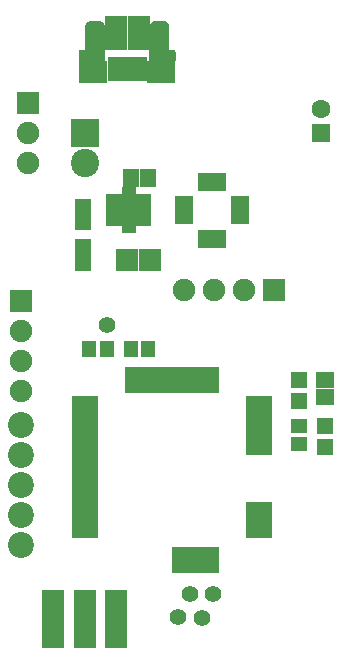
<source format=gts>
G04*
G04 #@! TF.GenerationSoftware,Altium Limited,Altium Designer,20.2.7 (254)*
G04*
G04 Layer_Color=8388736*
%FSLAX44Y44*%
%MOMM*%
G71*
G04*
G04 #@! TF.SameCoordinates,376ED358-1AEA-4EEA-9480-C934229D8A07*
G04*
G04*
G04 #@! TF.FilePolarity,Negative*
G04*
G01*
G75*
%ADD14R,2.4000X1.5000*%
%ADD15R,1.5000X2.4000*%
%ADD16R,1.0000X0.6400*%
%ADD17R,2.0500X2.8000*%
%ADD18R,0.6500X1.0000*%
%ADD19R,1.8500X1.9500*%
%ADD20R,1.4000X1.5000*%
%ADD21R,1.4500X1.4500*%
%ADD22C,1.4000*%
%ADD23R,1.2000X1.4000*%
%ADD24R,1.4500X1.4000*%
%ADD25R,1.4000X1.2000*%
%ADD26R,0.8000X2.1500*%
%ADD27R,1.8250X2.9000*%
%ADD28R,1.9000X4.9000*%
%ADD29R,1.1000X2.2000*%
%ADD30R,2.2000X1.1000*%
%ADD31R,1.5000X1.4000*%
%ADD32R,2.4000X1.8600*%
%ADD33C,1.9000*%
%ADD34R,1.9000X1.9000*%
%ADD35C,2.4000*%
%ADD36R,2.4000X2.4000*%
%ADD37R,1.9000X1.9000*%
%ADD38C,2.2000*%
%ADD39O,1.6000X2.1000*%
%ADD40O,1.4000X1.8000*%
%ADD41C,1.6000*%
%ADD42R,1.6000X1.6000*%
G36*
X1975778Y1657458D02*
X1975824Y1657458D01*
X1976254Y1657438D01*
X1976265Y1657437D01*
X1976276Y1657437D01*
X1976362Y1657428D01*
X1976450Y1657420D01*
X1976460Y1657418D01*
X1976471Y1657416D01*
X1976886Y1657351D01*
X1976892Y1657350D01*
X1976898Y1657350D01*
X1976989Y1657330D01*
X1977078Y1657312D01*
X1977084Y1657310D01*
X1977090Y1657308D01*
X1977486Y1657203D01*
X1977494Y1657201D01*
X1977503Y1657198D01*
X1977588Y1657171D01*
X1977673Y1657144D01*
X1977681Y1657140D01*
X1977690Y1657137D01*
X1978080Y1656987D01*
X1978101Y1656978D01*
X1978123Y1656970D01*
X1978191Y1656938D01*
X1978260Y1656908D01*
X1978280Y1656896D01*
X1978301Y1656886D01*
X1978621Y1656716D01*
X1978653Y1656697D01*
X1978687Y1656680D01*
X1978996Y1656500D01*
X1979015Y1656488D01*
X1979034Y1656478D01*
X1979097Y1656434D01*
X1979161Y1656393D01*
X1979178Y1656380D01*
X1979196Y1656367D01*
X1979521Y1656122D01*
X1979553Y1656095D01*
X1979586Y1656071D01*
X1979629Y1656033D01*
X1979672Y1655996D01*
X1979701Y1655967D01*
X1979732Y1655939D01*
X1979997Y1655674D01*
X1980022Y1655647D01*
X1980048Y1655621D01*
X1980309Y1655341D01*
X1980334Y1655310D01*
X1980361Y1655282D01*
X1980397Y1655235D01*
X1980435Y1655190D01*
X1980457Y1655158D01*
X1980482Y1655126D01*
X1980692Y1654826D01*
X1980718Y1654785D01*
X1980746Y1654744D01*
X1980966Y1654394D01*
X1980988Y1654355D01*
X1981012Y1654317D01*
X1981037Y1654269D01*
X1981063Y1654223D01*
X1981081Y1654182D01*
X1981101Y1654141D01*
X1981261Y1653781D01*
X1981283Y1653726D01*
X1981306Y1653671D01*
X1981426Y1653351D01*
X1981448Y1653282D01*
X1981472Y1653213D01*
X1981522Y1653043D01*
X1981535Y1652990D01*
X1981550Y1652937D01*
X1981590Y1652767D01*
X1981596Y1652734D01*
X1981605Y1652701D01*
X1981645Y1652501D01*
X1981646Y1652492D01*
X1981648Y1652483D01*
X1981688Y1652273D01*
X1981694Y1652229D01*
X1981703Y1652185D01*
X1981708Y1652131D01*
X1981715Y1652078D01*
X1981717Y1652034D01*
X1981721Y1651989D01*
X1981732Y1651769D01*
X1981731Y1651723D01*
X1981734Y1651678D01*
Y1651458D01*
Y1630958D01*
Y1623958D01*
X1981724Y1623762D01*
X1981695Y1623568D01*
X1981647Y1623377D01*
X1981581Y1623192D01*
X1981497Y1623014D01*
X1981396Y1622846D01*
X1981279Y1622688D01*
X1981147Y1622542D01*
X1981001Y1622410D01*
X1980844Y1622293D01*
X1980675Y1622192D01*
X1980497Y1622108D01*
X1980312Y1622042D01*
X1980122Y1621994D01*
X1979927Y1621965D01*
X1979731Y1621956D01*
X1961481D01*
X1961285Y1621965D01*
X1961091Y1621994D01*
X1960900Y1622042D01*
X1960715Y1622108D01*
X1960537Y1622192D01*
X1960369Y1622293D01*
X1960211Y1622410D01*
X1960065Y1622542D01*
X1959933Y1622688D01*
X1959816Y1622846D01*
X1959715Y1623014D01*
X1959631Y1623192D01*
X1959565Y1623377D01*
X1959517Y1623568D01*
X1959488Y1623762D01*
X1959479Y1623958D01*
Y1630958D01*
X1959488Y1631154D01*
X1959517Y1631349D01*
X1959565Y1631539D01*
X1959631Y1631724D01*
X1959715Y1631902D01*
X1959816Y1632071D01*
X1959933Y1632229D01*
X1960065Y1632374D01*
X1960211Y1632506D01*
X1960369Y1632623D01*
X1960537Y1632724D01*
X1960715Y1632808D01*
X1960900Y1632874D01*
X1961091Y1632922D01*
X1961285Y1632951D01*
X1961481Y1632961D01*
X1964729D01*
Y1651458D01*
X1964731Y1651509D01*
X1964731Y1651561D01*
X1964751Y1651951D01*
X1964757Y1652004D01*
X1964760Y1652058D01*
X1964800Y1652438D01*
X1964806Y1652479D01*
X1964810Y1652520D01*
X1964821Y1652576D01*
X1964830Y1652632D01*
X1964840Y1652672D01*
X1964848Y1652713D01*
X1964893Y1652891D01*
X1964908Y1652942D01*
X1964921Y1652992D01*
X1964976Y1653174D01*
X1964976Y1653174D01*
X1965086Y1653533D01*
X1965109Y1653598D01*
X1965131Y1653664D01*
X1965143Y1653691D01*
X1965153Y1653718D01*
X1965182Y1653780D01*
X1965210Y1653844D01*
X1965400Y1654224D01*
X1965438Y1654291D01*
X1965474Y1654358D01*
X1965684Y1654708D01*
X1965687Y1654712D01*
X1965689Y1654717D01*
X1965743Y1654796D01*
X1965793Y1654872D01*
X1965796Y1654875D01*
X1965799Y1654880D01*
X1966039Y1655200D01*
X1966084Y1655254D01*
X1966128Y1655310D01*
X1966388Y1655610D01*
X1966417Y1655640D01*
X1966444Y1655672D01*
X1966485Y1655711D01*
X1966524Y1655752D01*
X1966556Y1655779D01*
X1966586Y1655808D01*
X1966896Y1656078D01*
X1966949Y1656120D01*
X1967002Y1656164D01*
X1967332Y1656414D01*
X1967368Y1656439D01*
X1967402Y1656465D01*
X1967448Y1656494D01*
X1967494Y1656525D01*
X1967532Y1656546D01*
X1967569Y1656569D01*
X1967929Y1656769D01*
X1967977Y1656792D01*
X1968025Y1656819D01*
X1968395Y1656999D01*
X1968439Y1657017D01*
X1968482Y1657038D01*
X1968529Y1657056D01*
X1968576Y1657076D01*
X1968621Y1657090D01*
X1968666Y1657107D01*
X1969076Y1657237D01*
X1969093Y1657242D01*
X1969110Y1657247D01*
X1969188Y1657267D01*
X1969266Y1657287D01*
X1969283Y1657290D01*
X1969301Y1657294D01*
X1969611Y1657354D01*
X1969667Y1657362D01*
X1969723Y1657372D01*
X1970093Y1657422D01*
X1970173Y1657429D01*
X1970253Y1657438D01*
X1970623Y1657458D01*
X1970677Y1657458D01*
X1970731Y1657461D01*
X1975731D01*
X1975778Y1657458D01*
D02*
G37*
G36*
X2030285Y1657458D02*
X2030339Y1657458D01*
X2030709Y1657438D01*
X2030789Y1657429D01*
X2030869Y1657422D01*
X2031239Y1657373D01*
X2031295Y1657362D01*
X2031352Y1657354D01*
X2031662Y1657294D01*
X2031679Y1657290D01*
X2031696Y1657287D01*
X2031774Y1657267D01*
X2031853Y1657247D01*
X2031869Y1657242D01*
X2031886Y1657237D01*
X2032296Y1657107D01*
X2032341Y1657090D01*
X2032386Y1657076D01*
X2032433Y1657056D01*
X2032480Y1657038D01*
X2032523Y1657018D01*
X2032567Y1656999D01*
X2032937Y1656819D01*
X2032985Y1656793D01*
X2033034Y1656769D01*
X2033394Y1656569D01*
X2033430Y1656546D01*
X2033468Y1656525D01*
X2033514Y1656494D01*
X2033560Y1656465D01*
X2033594Y1656439D01*
X2033630Y1656414D01*
X2033960Y1656164D01*
X2034013Y1656120D01*
X2034066Y1656078D01*
X2034376Y1655808D01*
X2034407Y1655779D01*
X2034438Y1655752D01*
X2034477Y1655711D01*
X2034518Y1655672D01*
X2034545Y1655640D01*
X2034574Y1655610D01*
X2034834Y1655310D01*
X2034878Y1655254D01*
X2034923Y1655200D01*
X2035163Y1654880D01*
X2035166Y1654875D01*
X2035169Y1654872D01*
X2035219Y1654797D01*
X2035273Y1654717D01*
X2035276Y1654712D01*
X2035278Y1654709D01*
X2035488Y1654359D01*
X2035524Y1654291D01*
X2035562Y1654224D01*
X2035752Y1653844D01*
X2035780Y1653780D01*
X2035809Y1653718D01*
X2035819Y1653691D01*
X2035831Y1653664D01*
X2035853Y1653598D01*
X2035876Y1653533D01*
X2035986Y1653174D01*
X2035986Y1653174D01*
X2036042Y1652992D01*
X2036054Y1652942D01*
X2036069Y1652891D01*
X2036114Y1652713D01*
X2036122Y1652672D01*
X2036132Y1652632D01*
X2036141Y1652576D01*
X2036152Y1652520D01*
X2036156Y1652479D01*
X2036163Y1652438D01*
X2036203Y1652058D01*
X2036205Y1652004D01*
X2036211Y1651951D01*
X2036231Y1651561D01*
X2036231Y1651509D01*
X2036234Y1651458D01*
Y1632961D01*
X2039481D01*
X2039677Y1632951D01*
X2039872Y1632922D01*
X2040062Y1632874D01*
X2040247Y1632808D01*
X2040425Y1632724D01*
X2040594Y1632623D01*
X2040751Y1632506D01*
X2040897Y1632374D01*
X2041029Y1632229D01*
X2041146Y1632071D01*
X2041247Y1631902D01*
X2041331Y1631725D01*
X2041397Y1631539D01*
X2041445Y1631349D01*
X2041474Y1631154D01*
X2041483Y1630958D01*
Y1623958D01*
X2041474Y1623762D01*
X2041445Y1623568D01*
X2041397Y1623377D01*
X2041331Y1623192D01*
X2041247Y1623014D01*
X2041146Y1622846D01*
X2041029Y1622688D01*
X2040897Y1622542D01*
X2040751Y1622410D01*
X2040594Y1622293D01*
X2040425Y1622192D01*
X2040247Y1622108D01*
X2040062Y1622042D01*
X2039872Y1621994D01*
X2039677Y1621965D01*
X2039481Y1621956D01*
X2021231D01*
X2021035Y1621965D01*
X2020840Y1621994D01*
X2020650Y1622042D01*
X2020465Y1622108D01*
X2020287Y1622192D01*
X2020119Y1622293D01*
X2019961Y1622410D01*
X2019815Y1622542D01*
X2019683Y1622688D01*
X2019566Y1622846D01*
X2019465Y1623014D01*
X2019381Y1623192D01*
X2019315Y1623377D01*
X2019267Y1623568D01*
X2019238Y1623762D01*
X2019229Y1623958D01*
Y1630958D01*
Y1651458D01*
Y1651678D01*
X2019231Y1651723D01*
X2019231Y1651769D01*
X2019241Y1651989D01*
X2019245Y1652034D01*
X2019247Y1652078D01*
X2019254Y1652131D01*
X2019259Y1652185D01*
X2019268Y1652229D01*
X2019274Y1652273D01*
X2019314Y1652483D01*
X2019316Y1652492D01*
X2019318Y1652501D01*
X2019357Y1652701D01*
X2019366Y1652734D01*
X2019372Y1652767D01*
X2019412Y1652937D01*
X2019427Y1652990D01*
X2019440Y1653043D01*
X2019490Y1653213D01*
X2019514Y1653282D01*
X2019536Y1653351D01*
X2019656Y1653671D01*
X2019680Y1653726D01*
X2019701Y1653781D01*
X2019861Y1654141D01*
X2019882Y1654182D01*
X2019900Y1654223D01*
X2019926Y1654269D01*
X2019950Y1654317D01*
X2019974Y1654355D01*
X2019996Y1654394D01*
X2020216Y1654744D01*
X2020244Y1654785D01*
X2020271Y1654826D01*
X2020481Y1655126D01*
X2020505Y1655158D01*
X2020527Y1655190D01*
X2020565Y1655235D01*
X2020601Y1655282D01*
X2020628Y1655310D01*
X2020654Y1655341D01*
X2020914Y1655621D01*
X2020941Y1655647D01*
X2020965Y1655674D01*
X2021230Y1655939D01*
X2021261Y1655967D01*
X2021290Y1655996D01*
X2021333Y1656033D01*
X2021376Y1656071D01*
X2021409Y1656096D01*
X2021441Y1656122D01*
X2021766Y1656367D01*
X2021784Y1656380D01*
X2021801Y1656393D01*
X2021865Y1656434D01*
X2021928Y1656478D01*
X2021947Y1656488D01*
X2021966Y1656500D01*
X2022276Y1656680D01*
X2022309Y1656697D01*
X2022342Y1656716D01*
X2022662Y1656886D01*
X2022683Y1656896D01*
X2022702Y1656908D01*
X2022771Y1656938D01*
X2022840Y1656970D01*
X2022861Y1656978D01*
X2022882Y1656987D01*
X2023272Y1657137D01*
X2023281Y1657140D01*
X2023289Y1657144D01*
X2023374Y1657171D01*
X2023459Y1657199D01*
X2023468Y1657201D01*
X2023477Y1657203D01*
X2023872Y1657308D01*
X2023878Y1657310D01*
X2023884Y1657312D01*
X2023973Y1657330D01*
X2024064Y1657350D01*
X2024070Y1657350D01*
X2024076Y1657352D01*
X2024491Y1657417D01*
X2024502Y1657418D01*
X2024512Y1657420D01*
X2024600Y1657428D01*
X2024687Y1657437D01*
X2024697Y1657437D01*
X2024708Y1657438D01*
X2025138Y1657458D01*
X2025185Y1657458D01*
X2025231Y1657461D01*
X2030231D01*
X2030285Y1657458D01*
D02*
G37*
D14*
X2072356Y1520958D02*
D03*
Y1472958D02*
D03*
D15*
X2096356Y1496958D02*
D03*
X2048356D02*
D03*
D16*
X2015856Y1486958D02*
D03*
Y1491958D02*
D03*
Y1496958D02*
D03*
Y1501958D02*
D03*
Y1506958D02*
D03*
X1987856D02*
D03*
Y1501958D02*
D03*
Y1496958D02*
D03*
Y1491958D02*
D03*
Y1486958D02*
D03*
D17*
X2001856Y1496958D02*
D03*
D18*
X1999356Y1482458D02*
D03*
X2004356D02*
D03*
X1999356Y1511458D02*
D03*
X2004356D02*
D03*
D19*
X2000481Y1454959D02*
D03*
X2019481D02*
D03*
D20*
X2018356Y1524458D02*
D03*
X2003856D02*
D03*
D21*
X1962801Y1499958D02*
D03*
Y1486958D02*
D03*
Y1465460D02*
D03*
Y1452460D02*
D03*
D22*
X2043525Y1152545D02*
D03*
X2053525Y1171958D02*
D03*
X2063525Y1152127D02*
D03*
X2073525Y1171958D02*
D03*
X1983356Y1399458D02*
D03*
D23*
X1968106Y1379208D02*
D03*
X1983106D02*
D03*
X2003525Y1379289D02*
D03*
X2018525D02*
D03*
D24*
X2168356Y1296458D02*
D03*
Y1314458D02*
D03*
X2145856Y1335458D02*
D03*
Y1353458D02*
D03*
D25*
Y1299458D02*
D03*
Y1314458D02*
D03*
D26*
X2000481Y1616208D02*
D03*
X2006981D02*
D03*
X2013481D02*
D03*
X1993981D02*
D03*
X1987481D02*
D03*
D27*
X2010106Y1646958D02*
D03*
X1990856D02*
D03*
D28*
X1964525Y1150687D02*
D03*
X1991195D02*
D03*
X1937855D02*
D03*
D29*
X2003525Y1353458D02*
D03*
X2013525D02*
D03*
X2023525D02*
D03*
X2033525D02*
D03*
X2043525D02*
D03*
X2053525D02*
D03*
X2063525D02*
D03*
X2073525D02*
D03*
Y1200458D02*
D03*
X2063525D02*
D03*
X2053525D02*
D03*
X2043525D02*
D03*
D30*
X2112525Y1334458D02*
D03*
Y1324458D02*
D03*
Y1314458D02*
D03*
Y1304458D02*
D03*
Y1294458D02*
D03*
Y1244458D02*
D03*
Y1234458D02*
D03*
Y1224458D02*
D03*
X1964525Y1334458D02*
D03*
Y1324458D02*
D03*
Y1314458D02*
D03*
Y1304458D02*
D03*
Y1294458D02*
D03*
Y1284458D02*
D03*
Y1274458D02*
D03*
Y1264458D02*
D03*
Y1254458D02*
D03*
Y1244458D02*
D03*
Y1234458D02*
D03*
Y1224458D02*
D03*
D31*
X2168356Y1353458D02*
D03*
Y1338958D02*
D03*
D32*
X1971481Y1614158D02*
D03*
X2029481D02*
D03*
D33*
X1910734Y1343958D02*
D03*
Y1369358D02*
D03*
Y1394758D02*
D03*
X1916176Y1537358D02*
D03*
Y1562358D02*
D03*
X2048256Y1429258D02*
D03*
X2073656D02*
D03*
X2099056D02*
D03*
D34*
X1910734Y1420158D02*
D03*
X1916176Y1587358D02*
D03*
D35*
X1964525Y1537358D02*
D03*
D36*
Y1562758D02*
D03*
D37*
X2124456Y1429258D02*
D03*
D38*
X1910734Y1315258D02*
D03*
Y1289858D02*
D03*
Y1264458D02*
D03*
Y1239058D02*
D03*
Y1213658D02*
D03*
D39*
X1973231Y1644458D02*
D03*
X2027731D02*
D03*
D40*
X1976231Y1614158D02*
D03*
X2024731D02*
D03*
D41*
X2164315Y1582758D02*
D03*
D42*
Y1562758D02*
D03*
M02*

</source>
